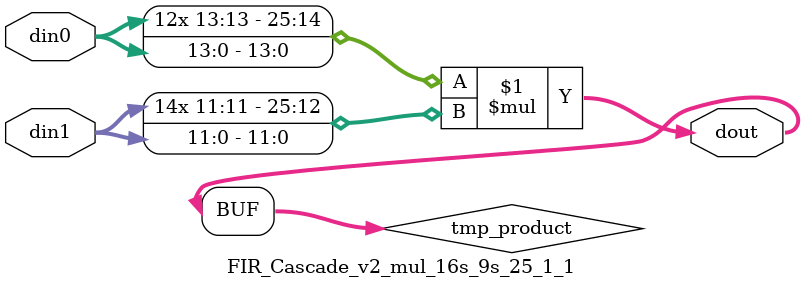
<source format=v>

`timescale 1 ns / 1 ps

 module FIR_Cascade_v2_mul_16s_9s_25_1_1(din0, din1, dout);
parameter ID = 1;
parameter NUM_STAGE = 0;
parameter din0_WIDTH = 14;
parameter din1_WIDTH = 12;
parameter dout_WIDTH = 26;

input [din0_WIDTH - 1 : 0] din0; 
input [din1_WIDTH - 1 : 0] din1; 
output [dout_WIDTH - 1 : 0] dout;

wire signed [dout_WIDTH - 1 : 0] tmp_product;



























assign tmp_product = $signed(din0) * $signed(din1);








assign dout = tmp_product;





















endmodule

</source>
